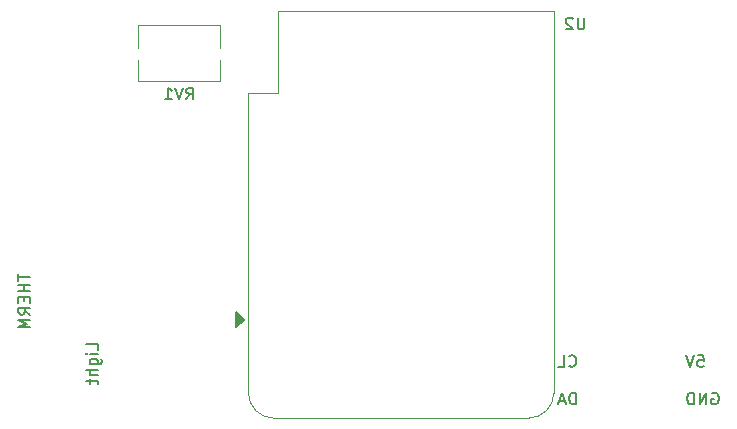
<source format=gbr>
G04 #@! TF.GenerationSoftware,KiCad,Pcbnew,(5.1.9)-1*
G04 #@! TF.CreationDate,2021-11-02T13:36:32-07:00*
G04 #@! TF.ProjectId,wemos_d1_mini_weather_station,77656d6f-735f-4643-915f-6d696e695f77,rev?*
G04 #@! TF.SameCoordinates,Original*
G04 #@! TF.FileFunction,Legend,Bot*
G04 #@! TF.FilePolarity,Positive*
%FSLAX46Y46*%
G04 Gerber Fmt 4.6, Leading zero omitted, Abs format (unit mm)*
G04 Created by KiCad (PCBNEW (5.1.9)-1) date 2021-11-02 13:36:32*
%MOMM*%
%LPD*%
G01*
G04 APERTURE LIST*
%ADD10C,0.150000*%
%ADD11C,0.120000*%
G04 APERTURE END LIST*
D10*
X62428380Y-94892952D02*
X62428380Y-94416761D01*
X61428380Y-94416761D01*
X62428380Y-95226285D02*
X61761714Y-95226285D01*
X61428380Y-95226285D02*
X61476000Y-95178666D01*
X61523619Y-95226285D01*
X61476000Y-95273904D01*
X61428380Y-95226285D01*
X61523619Y-95226285D01*
X61761714Y-96131047D02*
X62571238Y-96131047D01*
X62666476Y-96083428D01*
X62714095Y-96035809D01*
X62761714Y-95940571D01*
X62761714Y-95797714D01*
X62714095Y-95702476D01*
X62380761Y-96131047D02*
X62428380Y-96035809D01*
X62428380Y-95845333D01*
X62380761Y-95750095D01*
X62333142Y-95702476D01*
X62237904Y-95654857D01*
X61952190Y-95654857D01*
X61856952Y-95702476D01*
X61809333Y-95750095D01*
X61761714Y-95845333D01*
X61761714Y-96035809D01*
X61809333Y-96131047D01*
X62428380Y-96607238D02*
X61428380Y-96607238D01*
X62428380Y-97035809D02*
X61904571Y-97035809D01*
X61809333Y-96988190D01*
X61761714Y-96892952D01*
X61761714Y-96750095D01*
X61809333Y-96654857D01*
X61856952Y-96607238D01*
X61761714Y-97369142D02*
X61761714Y-97750095D01*
X61428380Y-97512000D02*
X62285523Y-97512000D01*
X62380761Y-97559619D01*
X62428380Y-97654857D01*
X62428380Y-97750095D01*
X55713380Y-88471666D02*
X55713380Y-89043095D01*
X56713380Y-88757380D02*
X55713380Y-88757380D01*
X56713380Y-89376428D02*
X55713380Y-89376428D01*
X56189571Y-89376428D02*
X56189571Y-89947857D01*
X56713380Y-89947857D02*
X55713380Y-89947857D01*
X56189571Y-90424047D02*
X56189571Y-90757380D01*
X56713380Y-90900238D02*
X56713380Y-90424047D01*
X55713380Y-90424047D01*
X55713380Y-90900238D01*
X56713380Y-91900238D02*
X56237190Y-91566904D01*
X56713380Y-91328809D02*
X55713380Y-91328809D01*
X55713380Y-91709761D01*
X55761000Y-91805000D01*
X55808619Y-91852619D01*
X55903857Y-91900238D01*
X56046714Y-91900238D01*
X56141952Y-91852619D01*
X56189571Y-91805000D01*
X56237190Y-91709761D01*
X56237190Y-91328809D01*
X56713380Y-92328809D02*
X55713380Y-92328809D01*
X56427666Y-92662142D01*
X55713380Y-92995476D01*
X56713380Y-92995476D01*
X102330238Y-96242142D02*
X102377857Y-96289761D01*
X102520714Y-96337380D01*
X102615952Y-96337380D01*
X102758809Y-96289761D01*
X102854047Y-96194523D01*
X102901666Y-96099285D01*
X102949285Y-95908809D01*
X102949285Y-95765952D01*
X102901666Y-95575476D01*
X102854047Y-95480238D01*
X102758809Y-95385000D01*
X102615952Y-95337380D01*
X102520714Y-95337380D01*
X102377857Y-95385000D01*
X102330238Y-95432619D01*
X101425476Y-96337380D02*
X101901666Y-96337380D01*
X101901666Y-95337380D01*
X102925476Y-99512380D02*
X102925476Y-98512380D01*
X102687380Y-98512380D01*
X102544523Y-98560000D01*
X102449285Y-98655238D01*
X102401666Y-98750476D01*
X102354047Y-98940952D01*
X102354047Y-99083809D01*
X102401666Y-99274285D01*
X102449285Y-99369523D01*
X102544523Y-99464761D01*
X102687380Y-99512380D01*
X102925476Y-99512380D01*
X101973095Y-99226666D02*
X101496904Y-99226666D01*
X102068333Y-99512380D02*
X101735000Y-98512380D01*
X101401666Y-99512380D01*
X113236429Y-95337380D02*
X113712619Y-95337380D01*
X113760238Y-95813571D01*
X113712619Y-95765952D01*
X113617381Y-95718333D01*
X113379286Y-95718333D01*
X113284048Y-95765952D01*
X113236429Y-95813571D01*
X113188810Y-95908809D01*
X113188810Y-96146904D01*
X113236429Y-96242142D01*
X113284048Y-96289761D01*
X113379286Y-96337380D01*
X113617381Y-96337380D01*
X113712619Y-96289761D01*
X113760238Y-96242142D01*
X112903095Y-95337380D02*
X112569762Y-96337380D01*
X112236429Y-95337380D01*
X114426904Y-98560000D02*
X114522142Y-98512380D01*
X114665000Y-98512380D01*
X114807857Y-98560000D01*
X114903095Y-98655238D01*
X114950714Y-98750476D01*
X114998333Y-98940952D01*
X114998333Y-99083809D01*
X114950714Y-99274285D01*
X114903095Y-99369523D01*
X114807857Y-99464761D01*
X114665000Y-99512380D01*
X114569761Y-99512380D01*
X114426904Y-99464761D01*
X114379285Y-99417142D01*
X114379285Y-99083809D01*
X114569761Y-99083809D01*
X113950714Y-99512380D02*
X113950714Y-98512380D01*
X113379285Y-99512380D01*
X113379285Y-98512380D01*
X112903095Y-99512380D02*
X112903095Y-98512380D01*
X112665000Y-98512380D01*
X112522142Y-98560000D01*
X112426904Y-98655238D01*
X112379285Y-98750476D01*
X112331666Y-98940952D01*
X112331666Y-99083809D01*
X112379285Y-99274285D01*
X112426904Y-99369523D01*
X112522142Y-99464761D01*
X112665000Y-99512380D01*
X112903095Y-99512380D01*
D11*
G04 #@! TO.C,RV1*
X72817000Y-69337000D02*
X72817000Y-67373000D01*
X72817000Y-72113000D02*
X72817000Y-70327000D01*
X65867000Y-69337000D02*
X65867000Y-67373000D01*
X65867000Y-72113000D02*
X65867000Y-70327000D01*
X65867000Y-67373000D02*
X72817000Y-67373000D01*
X65867000Y-72113000D02*
X72817000Y-72113000D01*
G04 #@! TO.C,U2*
X77725000Y-73109000D02*
X77725000Y-66209000D01*
X75185000Y-73109000D02*
X77725000Y-73109000D01*
D10*
G36*
X74145000Y-92964000D02*
G01*
X74145000Y-91694000D01*
X74780000Y-92329000D01*
X74145000Y-92964000D01*
G37*
X74145000Y-92964000D02*
X74145000Y-91694000D01*
X74780000Y-92329000D01*
X74145000Y-92964000D01*
D11*
X98925000Y-100669000D02*
X77315000Y-100669000D01*
X101045000Y-66209000D02*
X101045000Y-98539000D01*
X75185000Y-73109000D02*
X75185000Y-98539000D01*
X77725000Y-66209000D02*
X101045000Y-66209000D01*
X98915000Y-100669000D02*
G75*
G03*
X101045000Y-98539000I0J2130000D01*
G01*
X75185000Y-98539000D02*
G75*
G03*
X77315000Y-100669000I2130000J0D01*
G01*
G04 #@! TO.C,RV1*
D10*
X69937238Y-73695380D02*
X70270571Y-73219190D01*
X70508666Y-73695380D02*
X70508666Y-72695380D01*
X70127714Y-72695380D01*
X70032476Y-72743000D01*
X69984857Y-72790619D01*
X69937238Y-72885857D01*
X69937238Y-73028714D01*
X69984857Y-73123952D01*
X70032476Y-73171571D01*
X70127714Y-73219190D01*
X70508666Y-73219190D01*
X69651523Y-72695380D02*
X69318190Y-73695380D01*
X68984857Y-72695380D01*
X68127714Y-73695380D02*
X68699142Y-73695380D01*
X68413428Y-73695380D02*
X68413428Y-72695380D01*
X68508666Y-72838238D01*
X68603904Y-72933476D01*
X68699142Y-72981095D01*
G04 #@! TO.C,U2*
X103631904Y-66762380D02*
X103631904Y-67571904D01*
X103584285Y-67667142D01*
X103536666Y-67714761D01*
X103441428Y-67762380D01*
X103250952Y-67762380D01*
X103155714Y-67714761D01*
X103108095Y-67667142D01*
X103060476Y-67571904D01*
X103060476Y-66762380D01*
X102631904Y-66857619D02*
X102584285Y-66810000D01*
X102489047Y-66762380D01*
X102250952Y-66762380D01*
X102155714Y-66810000D01*
X102108095Y-66857619D01*
X102060476Y-66952857D01*
X102060476Y-67048095D01*
X102108095Y-67190952D01*
X102679523Y-67762380D01*
X102060476Y-67762380D01*
G04 #@! TD*
M02*

</source>
